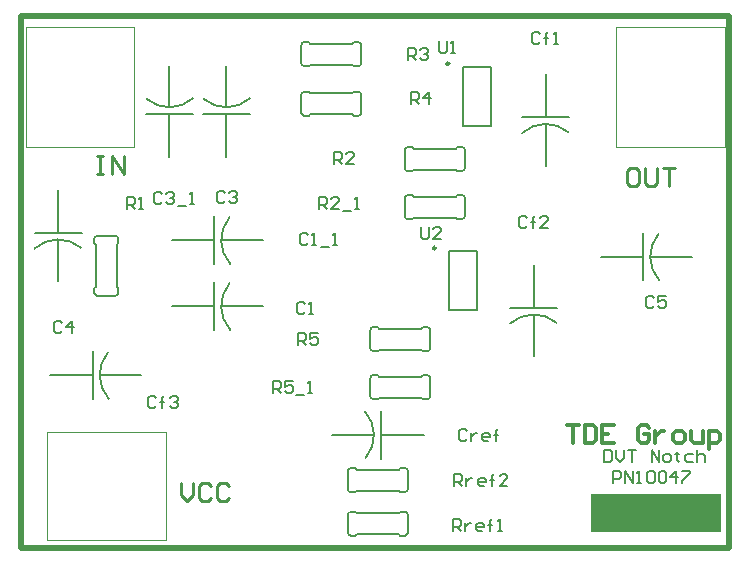
<source format=gto>
G04 Layer_Color=65535*
%FSLAX44Y44*%
%MOMM*%
G71*
G01*
G75*
%ADD10C,0.3000*%
%ADD13C,0.5000*%
%ADD20C,0.2500*%
%ADD21C,0.2000*%
%ADD22C,0.1524*%
%ADD23C,0.0500*%
%ADD24C,0.2540*%
%ADD25C,0.1500*%
%ADD26R,11.0490X3.3020*%
D10*
X462280Y103895D02*
X472277D01*
X467278D01*
Y88900D01*
X477275Y103895D02*
Y88900D01*
X484773D01*
X487272Y91399D01*
Y101396D01*
X484773Y103895D01*
X477275D01*
X502267D02*
X492270D01*
Y88900D01*
X502267D01*
X492270Y96398D02*
X497269D01*
X532257Y101396D02*
X529758Y103895D01*
X524760D01*
X522261Y101396D01*
Y91399D01*
X524760Y88900D01*
X529758D01*
X532257Y91399D01*
Y96398D01*
X527259D01*
X537256Y98897D02*
Y88900D01*
Y93898D01*
X539755Y96398D01*
X542254Y98897D01*
X544753D01*
X554750Y88900D02*
X559748D01*
X562248Y91399D01*
Y96398D01*
X559748Y98897D01*
X554750D01*
X552251Y96398D01*
Y91399D01*
X554750Y88900D01*
X567246Y98897D02*
Y91399D01*
X569745Y88900D01*
X577243D01*
Y98897D01*
X582241Y83902D02*
Y98897D01*
X589739D01*
X592238Y96398D01*
Y91399D01*
X589739Y88900D01*
X582241D01*
D13*
X0Y450000D02*
X600000D01*
Y0D02*
Y450000D01*
X0Y0D02*
X600000D01*
X0D02*
Y450000D01*
D20*
X362830Y409820D02*
G03*
X362830Y409820I-1250J0D01*
G01*
X351400Y253610D02*
G03*
X351400Y253610I-1250J0D01*
G01*
D21*
X176632Y279570D02*
G03*
X177319Y240212I22981J-19284D01*
G01*
X453560Y190398D02*
G03*
X414202Y189711I-19284J-22981D01*
G01*
X73762Y165270D02*
G03*
X74449Y125912I22981J-19284D01*
G01*
X463720Y351688D02*
G03*
X424362Y351001I-19284J-22981D01*
G01*
X291998Y76030D02*
G03*
X291311Y115388I-22981J19284D01*
G01*
X176632Y223690D02*
G03*
X177319Y184332I22981J-19284D01*
G01*
X50970Y253898D02*
G03*
X11612Y253211I-19284J-22981D01*
G01*
X539852Y265600D02*
G03*
X540539Y226242I22981J-19284D01*
G01*
X106510Y379832D02*
G03*
X145868Y380519I19284J22981D01*
G01*
X154770Y379832D02*
G03*
X194128Y380519I19284J22981D01*
G01*
X374080Y357270D02*
Y407270D01*
X398080Y357270D02*
Y407270D01*
X374080D02*
X398080D01*
X374080Y357270D02*
X398080D01*
X163870Y240350D02*
Y280350D01*
X169870Y260350D02*
X204870D01*
X127620D02*
X163870D01*
X414340Y203160D02*
X454340D01*
X434340Y162160D02*
Y197160D01*
Y203160D02*
Y239410D01*
X61000Y126050D02*
Y166050D01*
X67000Y146050D02*
X102000D01*
X24750D02*
X61000D01*
X424500Y364450D02*
X464500D01*
X444500Y323450D02*
Y358450D01*
Y364450D02*
Y400700D01*
X304760Y75250D02*
Y115250D01*
X263760Y95250D02*
X298760D01*
X304760D02*
X341010D01*
X163870Y184470D02*
Y224470D01*
X169870Y204470D02*
X204870D01*
X127620D02*
X163870D01*
X11750Y266660D02*
X51750D01*
X31750Y225660D02*
Y260660D01*
Y266660D02*
Y302910D01*
X527090Y226380D02*
Y266380D01*
X533090Y246380D02*
X568090D01*
X490840D02*
X527090D01*
X362650Y201060D02*
Y251060D01*
X386650Y201060D02*
Y251060D01*
X362650D02*
X386650D01*
X362650Y201060D02*
X386650D01*
X105730Y367070D02*
X145730D01*
X125730Y373070D02*
Y408070D01*
Y330820D02*
Y367070D01*
X153990D02*
X193990D01*
X173990Y373070D02*
Y408070D01*
Y330820D02*
Y367070D01*
X354330Y429097D02*
Y420766D01*
X355996Y419100D01*
X359328D01*
X360994Y420766D01*
Y429097D01*
X364327Y419100D02*
X367659D01*
X365993D01*
Y429097D01*
X364327Y427431D01*
X242885Y264871D02*
X241218Y266537D01*
X237886D01*
X236220Y264871D01*
Y258206D01*
X237886Y256540D01*
X241218D01*
X242885Y258206D01*
X246217Y256540D02*
X249549D01*
X247883D01*
Y266537D01*
X246217Y264871D01*
X254547Y254874D02*
X261212D01*
X264544Y256540D02*
X267876D01*
X266210D01*
Y266537D01*
X264544Y264871D01*
X240345Y206451D02*
X238678Y208117D01*
X235346D01*
X233680Y206451D01*
Y199786D01*
X235346Y198120D01*
X238678D01*
X240345Y199786D01*
X243677Y198120D02*
X247009D01*
X245343D01*
Y208117D01*
X243677Y206451D01*
X119694Y299161D02*
X118028Y300827D01*
X114696D01*
X113030Y299161D01*
Y292496D01*
X114696Y290830D01*
X118028D01*
X119694Y292496D01*
X123027Y299161D02*
X124693Y300827D01*
X128025D01*
X129691Y299161D01*
Y297495D01*
X128025Y295828D01*
X126359D01*
X128025D01*
X129691Y294162D01*
Y292496D01*
X128025Y290830D01*
X124693D01*
X123027Y292496D01*
X133024Y289164D02*
X139688D01*
X143020Y290830D02*
X146353D01*
X144686D01*
Y300827D01*
X143020Y299161D01*
X173034Y300431D02*
X171368Y302097D01*
X168036D01*
X166370Y300431D01*
Y293766D01*
X168036Y292100D01*
X171368D01*
X173034Y293766D01*
X176367Y300431D02*
X178033Y302097D01*
X181365D01*
X183031Y300431D01*
Y298764D01*
X181365Y297098D01*
X179699D01*
X181365D01*
X183031Y295432D01*
Y293766D01*
X181365Y292100D01*
X178033D01*
X176367Y293766D01*
X34604Y189941D02*
X32938Y191607D01*
X29606D01*
X27940Y189941D01*
Y183276D01*
X29606Y181610D01*
X32938D01*
X34604Y183276D01*
X42935Y181610D02*
Y191607D01*
X37937Y186608D01*
X44601D01*
X536255Y211531D02*
X534588Y213197D01*
X531256D01*
X529590Y211531D01*
Y204866D01*
X531256Y203200D01*
X534588D01*
X536255Y204866D01*
X546251Y213197D02*
X539587D01*
Y208198D01*
X542919Y209865D01*
X544585D01*
X546251Y208198D01*
Y204866D01*
X544585Y203200D01*
X541253D01*
X539587Y204866D01*
X439734Y435051D02*
X438068Y436717D01*
X434736D01*
X433070Y435051D01*
Y428386D01*
X434736Y426720D01*
X438068D01*
X439734Y428386D01*
X444733Y426720D02*
Y435051D01*
Y431718D01*
X443067D01*
X446399D01*
X444733D01*
Y435051D01*
X446399Y436717D01*
X451397Y426720D02*
X454730D01*
X453064D01*
Y436717D01*
X451397Y435051D01*
X428304Y278841D02*
X426638Y280507D01*
X423306D01*
X421640Y278841D01*
Y272176D01*
X423306Y270510D01*
X426638D01*
X428304Y272176D01*
X433303Y270510D02*
Y278841D01*
Y275508D01*
X431637D01*
X434969D01*
X433303D01*
Y278841D01*
X434969Y280507D01*
X446632Y270510D02*
X439967D01*
X446632Y277174D01*
Y278841D01*
X444966Y280507D01*
X441634D01*
X439967Y278841D01*
X114614Y126441D02*
X112948Y128107D01*
X109616D01*
X107950Y126441D01*
Y119776D01*
X109616Y118110D01*
X112948D01*
X114614Y119776D01*
X119613Y118110D02*
Y126441D01*
Y123108D01*
X117947D01*
X121279D01*
X119613D01*
Y126441D01*
X121279Y128107D01*
X126277Y126441D02*
X127944Y128107D01*
X131276D01*
X132942Y126441D01*
Y124775D01*
X131276Y123108D01*
X129610D01*
X131276D01*
X132942Y121442D01*
Y119776D01*
X131276Y118110D01*
X127944D01*
X126277Y119776D01*
X377505Y98501D02*
X375838Y100167D01*
X372506D01*
X370840Y98501D01*
Y91836D01*
X372506Y90170D01*
X375838D01*
X377505Y91836D01*
X380837Y96834D02*
Y90170D01*
Y93502D01*
X382503Y95168D01*
X384169Y96834D01*
X385835D01*
X395832Y90170D02*
X392500D01*
X390834Y91836D01*
Y95168D01*
X392500Y96834D01*
X395832D01*
X397498Y95168D01*
Y93502D01*
X390834D01*
X402496Y90170D02*
Y98501D01*
Y95168D01*
X400830D01*
X404163D01*
X402496D01*
Y98501D01*
X404163Y100167D01*
X90170Y287020D02*
Y297017D01*
X95168D01*
X96834Y295351D01*
Y292018D01*
X95168Y290352D01*
X90170D01*
X93502D02*
X96834Y287020D01*
X100167D02*
X103499D01*
X101833D01*
Y297017D01*
X100167Y295351D01*
X252730Y287020D02*
Y297017D01*
X257728D01*
X259394Y295351D01*
Y292018D01*
X257728Y290352D01*
X252730D01*
X256062D02*
X259394Y287020D01*
X269391D02*
X262727D01*
X269391Y293685D01*
Y295351D01*
X267725Y297017D01*
X264393D01*
X262727Y295351D01*
X272724Y285354D02*
X279388D01*
X282720Y287020D02*
X286053D01*
X284387D01*
Y297017D01*
X282720Y295351D01*
X265430Y325120D02*
Y335117D01*
X270428D01*
X272094Y333451D01*
Y330118D01*
X270428Y328452D01*
X265430D01*
X268762D02*
X272094Y325120D01*
X282091D02*
X275427D01*
X282091Y331785D01*
Y333451D01*
X280425Y335117D01*
X277093D01*
X275427Y333451D01*
X327660Y412750D02*
Y422747D01*
X332658D01*
X334324Y421081D01*
Y417748D01*
X332658Y416082D01*
X327660D01*
X330992D02*
X334324Y412750D01*
X337657Y421081D02*
X339323Y422747D01*
X342655D01*
X344321Y421081D01*
Y419414D01*
X342655Y417748D01*
X340989D01*
X342655D01*
X344321Y416082D01*
Y414416D01*
X342655Y412750D01*
X339323D01*
X337657Y414416D01*
X330200Y375920D02*
Y385917D01*
X335198D01*
X336865Y384251D01*
Y380918D01*
X335198Y379252D01*
X330200D01*
X333532D02*
X336865Y375920D01*
X345195D02*
Y385917D01*
X340197Y380918D01*
X346861D01*
X213360Y130810D02*
Y140807D01*
X218358D01*
X220025Y139141D01*
Y135808D01*
X218358Y134142D01*
X213360D01*
X216692D02*
X220025Y130810D01*
X230021Y140807D02*
X223357D01*
Y135808D01*
X226689Y137474D01*
X228355D01*
X230021Y135808D01*
Y132476D01*
X228355Y130810D01*
X225023D01*
X223357Y132476D01*
X233354Y129144D02*
X240018D01*
X243350Y130810D02*
X246683D01*
X245016D01*
Y140807D01*
X243350Y139141D01*
X234950Y171450D02*
Y181447D01*
X239948D01*
X241614Y179781D01*
Y176448D01*
X239948Y174782D01*
X234950D01*
X238282D02*
X241614Y171450D01*
X251611Y181447D02*
X244947D01*
Y176448D01*
X248279Y178114D01*
X249945D01*
X251611Y176448D01*
Y173116D01*
X249945Y171450D01*
X246613D01*
X244947Y173116D01*
X365760Y13970D02*
Y23967D01*
X370758D01*
X372425Y22301D01*
Y18968D01*
X370758Y17302D01*
X365760D01*
X369092D02*
X372425Y13970D01*
X375757Y20635D02*
Y13970D01*
Y17302D01*
X377423Y18968D01*
X379089Y20635D01*
X380755D01*
X390752Y13970D02*
X387420D01*
X385754Y15636D01*
Y18968D01*
X387420Y20635D01*
X390752D01*
X392418Y18968D01*
Y17302D01*
X385754D01*
X397416Y13970D02*
Y22301D01*
Y18968D01*
X395750D01*
X399083D01*
X397416D01*
Y22301D01*
X399083Y23967D01*
X404081Y13970D02*
X407413D01*
X405747D01*
Y23967D01*
X404081Y22301D01*
X367030Y52070D02*
Y62067D01*
X372028D01*
X373694Y60401D01*
Y57068D01*
X372028Y55402D01*
X367030D01*
X370362D02*
X373694Y52070D01*
X377027Y58734D02*
Y52070D01*
Y55402D01*
X378693Y57068D01*
X380359Y58734D01*
X382025D01*
X392022Y52070D02*
X388690D01*
X387024Y53736D01*
Y57068D01*
X388690Y58734D01*
X392022D01*
X393688Y57068D01*
Y55402D01*
X387024D01*
X398686Y52070D02*
Y60401D01*
Y57068D01*
X397020D01*
X400353D01*
X398686D01*
Y60401D01*
X400353Y62067D01*
X412015Y52070D02*
X405351D01*
X412015Y58734D01*
Y60401D01*
X410349Y62067D01*
X407017D01*
X405351Y60401D01*
X339090Y271617D02*
Y263286D01*
X340756Y261620D01*
X344088D01*
X345755Y263286D01*
Y271617D01*
X355751Y261620D02*
X349087D01*
X355751Y268284D01*
Y269951D01*
X354085Y271617D01*
X350753D01*
X349087Y269951D01*
D22*
X279400Y67310D02*
G03*
X276860Y64770I0J-2540D01*
G01*
Y49530D02*
G03*
X279400Y46990I2540J0D01*
G01*
X325120D02*
G03*
X327660Y49530I0J2540D01*
G01*
Y64770D02*
G03*
X325120Y67310I-2540J0D01*
G01*
Y10160D02*
G03*
X327660Y12700I0J2540D01*
G01*
Y27940D02*
G03*
X325120Y30480I-2540J0D01*
G01*
X279400D02*
G03*
X276860Y27940I0J-2540D01*
G01*
Y12700D02*
G03*
X279400Y10160I2540J0D01*
G01*
X82550Y261620D02*
G03*
X80010Y264160I-2540J0D01*
G01*
X64770D02*
G03*
X62230Y261620I0J-2540D01*
G01*
Y215900D02*
G03*
X64770Y213360I2540J0D01*
G01*
X80010D02*
G03*
X82550Y215900I0J2540D01*
G01*
X373380Y318770D02*
G03*
X375920Y321310I0J2540D01*
G01*
Y336550D02*
G03*
X373380Y339090I-2540J0D01*
G01*
X327660D02*
G03*
X325120Y336550I0J-2540D01*
G01*
Y321310D02*
G03*
X327660Y318770I2540J0D01*
G01*
X373380Y278130D02*
G03*
X375920Y280670I0J2540D01*
G01*
Y295910D02*
G03*
X373380Y298450I-2540J0D01*
G01*
X327660D02*
G03*
X325120Y295910I0J-2540D01*
G01*
Y280670D02*
G03*
X327660Y278130I2540J0D01*
G01*
X298450Y186690D02*
G03*
X295910Y184150I0J-2540D01*
G01*
Y168910D02*
G03*
X298450Y166370I2540J0D01*
G01*
X344170D02*
G03*
X346710Y168910I0J2540D01*
G01*
Y184150D02*
G03*
X344170Y186690I-2540J0D01*
G01*
X298450Y146050D02*
G03*
X295910Y143510I0J-2540D01*
G01*
Y128270D02*
G03*
X298450Y125730I2540J0D01*
G01*
X344170D02*
G03*
X346710Y128270I0J2540D01*
G01*
Y143510D02*
G03*
X344170Y146050I-2540J0D01*
G01*
X240030Y386080D02*
G03*
X237490Y383540I0J-2540D01*
G01*
Y368300D02*
G03*
X240030Y365760I2540J0D01*
G01*
X285750D02*
G03*
X288290Y368300I0J2540D01*
G01*
Y383540D02*
G03*
X285750Y386080I-2540J0D01*
G01*
X240030Y427990D02*
G03*
X237490Y425450I0J-2540D01*
G01*
Y410210D02*
G03*
X240030Y407670I2540J0D01*
G01*
X285750D02*
G03*
X288290Y410210I0J2540D01*
G01*
Y425450D02*
G03*
X285750Y427990I-2540J0D01*
G01*
X276860Y49530D02*
Y64770D01*
X279400Y67310D02*
X283210D01*
X284480Y66040D01*
X279400Y46990D02*
X283210D01*
X284480Y48260D01*
X320040Y66040D02*
X321310Y67310D01*
X284480Y66040D02*
X320040D01*
Y48260D02*
X321310Y46990D01*
X284480Y48260D02*
X320040D01*
X321310Y67310D02*
X325120D01*
X321310Y46990D02*
X325120D01*
X327660Y49530D02*
Y64770D01*
Y12700D02*
Y27940D01*
X321310Y10160D02*
X325120D01*
X320040Y11430D02*
X321310Y10160D01*
Y30480D02*
X325120D01*
X320040Y29210D02*
X321310Y30480D01*
X283210Y10160D02*
X284480Y11430D01*
X320040D01*
X283210Y30480D02*
X284480Y29210D01*
X320040D01*
X279400Y10160D02*
X283210D01*
X279400Y30480D02*
X283210D01*
X276860Y12700D02*
Y27940D01*
X64770Y264160D02*
X80010D01*
X82550Y257810D02*
Y261620D01*
X81280Y256540D02*
X82550Y257810D01*
X62230D02*
Y261620D01*
Y257810D02*
X63500Y256540D01*
X81280Y220980D02*
X82550Y219710D01*
X81280Y220980D02*
Y256540D01*
X62230Y219710D02*
X63500Y220980D01*
Y256540D01*
X82550Y215900D02*
Y219710D01*
X62230Y215900D02*
Y219710D01*
X64770Y213360D02*
X80010D01*
X375920Y321310D02*
Y336550D01*
X369570Y318770D02*
X373380D01*
X368300Y320040D02*
X369570Y318770D01*
Y339090D02*
X373380D01*
X368300Y337820D02*
X369570Y339090D01*
X331470Y318770D02*
X332740Y320040D01*
X368300D01*
X331470Y339090D02*
X332740Y337820D01*
X368300D01*
X327660Y318770D02*
X331470D01*
X327660Y339090D02*
X331470D01*
X325120Y321310D02*
Y336550D01*
X375920Y280670D02*
Y295910D01*
X369570Y278130D02*
X373380D01*
X368300Y279400D02*
X369570Y278130D01*
Y298450D02*
X373380D01*
X368300Y297180D02*
X369570Y298450D01*
X331470Y278130D02*
X332740Y279400D01*
X368300D01*
X331470Y298450D02*
X332740Y297180D01*
X368300D01*
X327660Y278130D02*
X331470D01*
X327660Y298450D02*
X331470D01*
X325120Y280670D02*
Y295910D01*
X295910Y168910D02*
Y184150D01*
X298450Y186690D02*
X302260D01*
X303530Y185420D01*
X298450Y166370D02*
X302260D01*
X303530Y167640D01*
X339090Y185420D02*
X340360Y186690D01*
X303530Y185420D02*
X339090D01*
Y167640D02*
X340360Y166370D01*
X303530Y167640D02*
X339090D01*
X340360Y186690D02*
X344170D01*
X340360Y166370D02*
X344170D01*
X346710Y168910D02*
Y184150D01*
X295910Y128270D02*
Y143510D01*
X298450Y146050D02*
X302260D01*
X303530Y144780D01*
X298450Y125730D02*
X302260D01*
X303530Y127000D01*
X339090Y144780D02*
X340360Y146050D01*
X303530Y144780D02*
X339090D01*
Y127000D02*
X340360Y125730D01*
X303530Y127000D02*
X339090D01*
X340360Y146050D02*
X344170D01*
X340360Y125730D02*
X344170D01*
X346710Y128270D02*
Y143510D01*
X237490Y368300D02*
Y383540D01*
X240030Y386080D02*
X243840D01*
X245110Y384810D01*
X240030Y365760D02*
X243840D01*
X245110Y367030D01*
X280670Y384810D02*
X281940Y386080D01*
X245110Y384810D02*
X280670D01*
Y367030D02*
X281940Y365760D01*
X245110Y367030D02*
X280670D01*
X281940Y386080D02*
X285750D01*
X281940Y365760D02*
X285750D01*
X288290Y368300D02*
Y383540D01*
X237490Y410210D02*
Y425450D01*
X240030Y427990D02*
X243840D01*
X245110Y426720D01*
X240030Y407670D02*
X243840D01*
X245110Y408940D01*
X280670Y426720D02*
X281940Y427990D01*
X245110Y426720D02*
X280670D01*
Y408940D02*
X281940Y407670D01*
X245110Y408940D02*
X280670D01*
X281940Y427990D02*
X285750D01*
X281940Y407670D02*
X285750D01*
X288290Y410210D02*
Y425450D01*
D23*
X4000Y339400D02*
X96000D01*
X4000D02*
Y440600D01*
X96000D01*
Y339400D02*
Y440600D01*
X122990Y6070D02*
Y98070D01*
X21790Y6070D02*
X122990D01*
X21790D02*
Y98070D01*
X122990D01*
X504000Y440600D02*
X596000D01*
Y339400D02*
Y440600D01*
X504000Y339400D02*
X596000D01*
X504000D02*
Y440600D01*
D24*
X64770Y331465D02*
X69848D01*
X67309D01*
Y316230D01*
X64770D01*
X69848D01*
X77466D02*
Y331465D01*
X87623Y316230D01*
Y331465D01*
X520698Y321305D02*
X515619D01*
X513080Y318766D01*
Y308609D01*
X515619Y306070D01*
X520698D01*
X523237Y308609D01*
Y318766D01*
X520698Y321305D01*
X528315D02*
Y308609D01*
X530854Y306070D01*
X535933D01*
X538472Y308609D01*
Y321305D01*
X543550D02*
X553707D01*
X548629D01*
Y306070D01*
X135890Y54605D02*
Y44448D01*
X140968Y39370D01*
X146047Y44448D01*
Y54605D01*
X161282Y52066D02*
X158743Y54605D01*
X153664D01*
X151125Y52066D01*
Y41909D01*
X153664Y39370D01*
X158743D01*
X161282Y41909D01*
X176517Y52066D02*
X173978Y54605D01*
X168899D01*
X166360Y52066D01*
Y41909D01*
X168899Y39370D01*
X173978D01*
X176517Y41909D01*
D25*
X494030Y82387D02*
Y72390D01*
X499028D01*
X500695Y74056D01*
Y80721D01*
X499028Y82387D01*
X494030D01*
X504027D02*
Y75722D01*
X507359Y72390D01*
X510691Y75722D01*
Y82387D01*
X514024D02*
X520688D01*
X517356D01*
Y72390D01*
X534017D02*
Y82387D01*
X540682Y72390D01*
Y82387D01*
X545680Y72390D02*
X549012D01*
X550678Y74056D01*
Y77388D01*
X549012Y79054D01*
X545680D01*
X544014Y77388D01*
Y74056D01*
X545680Y72390D01*
X555677Y80721D02*
Y79054D01*
X554011D01*
X557343D01*
X555677D01*
Y74056D01*
X557343Y72390D01*
X569006Y79054D02*
X564007D01*
X562341Y77388D01*
Y74056D01*
X564007Y72390D01*
X569006D01*
X572338Y82387D02*
Y72390D01*
Y77388D01*
X574004Y79054D01*
X577337D01*
X579003Y77388D01*
Y72390D01*
X501650Y54610D02*
Y64607D01*
X506648D01*
X508315Y62941D01*
Y59608D01*
X506648Y57942D01*
X501650D01*
X511647Y54610D02*
Y64607D01*
X518311Y54610D01*
Y64607D01*
X521644Y54610D02*
X524976D01*
X523310D01*
Y64607D01*
X521644Y62941D01*
X529974D02*
X531640Y64607D01*
X534973D01*
X536639Y62941D01*
Y56276D01*
X534973Y54610D01*
X531640D01*
X529974Y56276D01*
Y62941D01*
X539971D02*
X541637Y64607D01*
X544969D01*
X546636Y62941D01*
Y56276D01*
X544969Y54610D01*
X541637D01*
X539971Y56276D01*
Y62941D01*
X554966Y54610D02*
Y64607D01*
X549968Y59608D01*
X556632D01*
X559964Y64607D02*
X566629D01*
Y62941D01*
X559964Y56276D01*
Y54610D01*
D26*
X537845Y29210D02*
D03*
M02*

</source>
